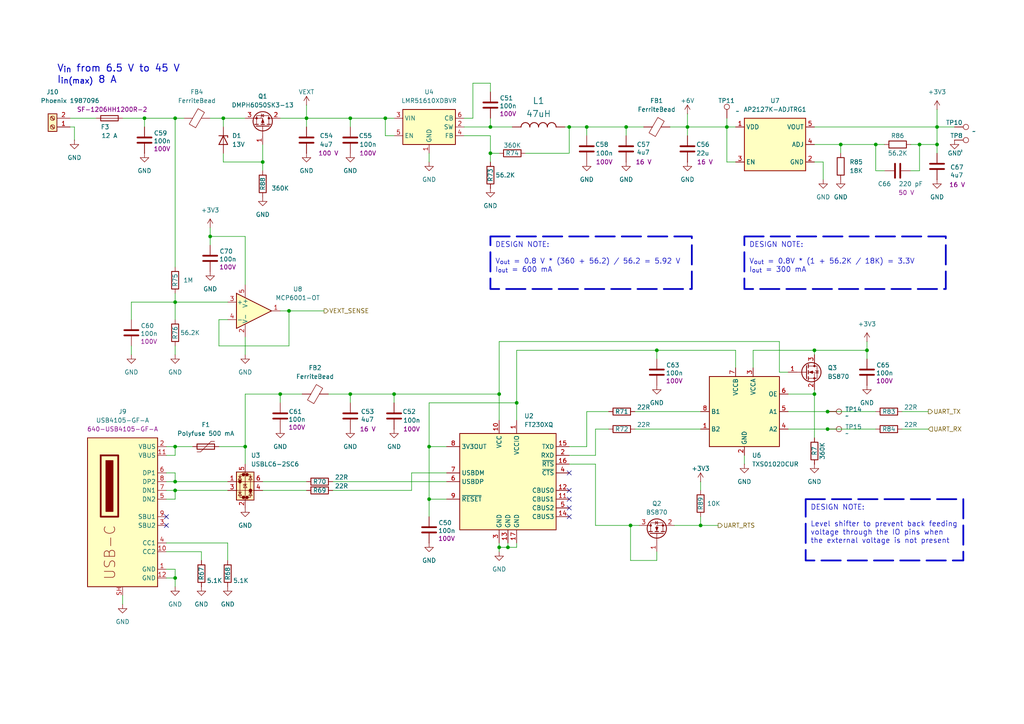
<source format=kicad_sch>
(kicad_sch (version 20231120) (generator "eeschema") (generator_version "8.0")
  (paper "A4")
  (junction (at 236.22 114.3))
  (junction (at 190.5 101.6))
  (junction (at 271.78 41.91))
  (junction (at 240.03 124.46))
  (junction (at 81.28 114.3))
  (junction (at 144.78 114.3))
  (junction (at 101.6 34.29))
  (junction (at 142.24 36.83))
  (junction (at 170.18 36.83))
  (junction (at 210.82 36.83))
  (junction (at 83.82 90.17))
  (junction (at 50.8 34.29))
  (junction (at 199.39 36.83))
  (junction (at 147.32 158.75))
  (junction (at 50.8 167.64))
  (junction (at 50.8 129.54))
  (junction (at 181.61 36.83))
  (junction (at 243.84 41.91))
  (junction (at 124.46 144.78))
  (junction (at 88.9 34.29))
  (junction (at 50.8 139.7))
  (junction (at 114.3 114.3))
  (junction (at 41.91 34.29))
  (junction (at 142.24 44.45))
  (junction (at 240.03 119.38))
  (junction (at 271.78 36.83))
  (junction (at 76.2 46.99))
  (junction (at 50.8 142.24))
  (junction (at 124.46 129.54))
  (junction (at 111.76 34.29))
  (junction (at 149.86 116.84))
  (junction (at 50.8 87.63))
  (junction (at 165.1 36.83))
  (junction (at 266.7 41.91))
  (junction (at 182.88 152.4))
  (junction (at 101.6 114.3))
  (junction (at 254 41.91))
  (junction (at 60.96 68.58))
  (junction (at 64.77 34.29))
  (junction (at 251.46 101.6))
  (junction (at 71.12 129.54))
  (junction (at 203.2 152.4))
  (junction (at 144.78 158.75))
  (junction (at 236.22 101.6))
  (no_connect (at 48.26 149.86))
  (no_connect (at 165.1 149.86))
  (no_connect (at 165.1 137.16))
  (no_connect (at 48.26 152.4))
  (no_connect (at 165.1 147.32))
  (no_connect (at 165.1 144.78))
  (no_connect (at 165.1 142.24))
  (wire (pts (xy 66.04 92.71) (xy 63.5 92.71)))
  (wire (pts (xy 254 41.91) (xy 254 49.53)))
  (wire (pts (xy 48.26 167.64) (xy 50.8 167.64)))
  (wire (pts (xy 35.56 34.29) (xy 41.91 34.29)))
  (wire (pts (xy 165.1 36.83) (xy 170.18 36.83)))
  (wire (pts (xy 240.03 119.38) (xy 254 119.38)))
  (wire (pts (xy 41.91 34.29) (xy 41.91 36.83)))
  (wire (pts (xy 165.1 132.08) (xy 172.72 132.08)))
  (wire (pts (xy 38.1 100.33) (xy 38.1 102.87)))
  (wire (pts (xy 88.9 30.48) (xy 88.9 34.29)))
  (wire (pts (xy 81.28 114.3) (xy 87.63 114.3)))
  (wire (pts (xy 101.6 114.3) (xy 101.6 116.84)))
  (wire (pts (xy 137.16 34.29) (xy 137.16 24.13)))
  (wire (pts (xy 81.28 34.29) (xy 88.9 34.29)))
  (wire (pts (xy 210.82 46.99) (xy 213.36 46.99)))
  (wire (pts (xy 199.39 36.83) (xy 210.82 36.83)))
  (wire (pts (xy 76.2 46.99) (xy 76.2 49.53)))
  (wire (pts (xy 182.88 152.4) (xy 185.42 152.4)))
  (wire (pts (xy 50.8 34.29) (xy 50.8 77.47)))
  (wire (pts (xy 119.38 142.24) (xy 119.38 137.16)))
  (wire (pts (xy 144.78 44.45) (xy 142.24 44.45)))
  (wire (pts (xy 147.32 157.48) (xy 147.32 158.75)))
  (wire (pts (xy 271.78 36.83) (xy 276.86 36.83)))
  (wire (pts (xy 236.22 101.6) (xy 236.22 102.87)))
  (wire (pts (xy 144.78 121.92) (xy 144.78 114.3)))
  (wire (pts (xy 203.2 139.7) (xy 203.2 142.24)))
  (wire (pts (xy 48.26 129.54) (xy 50.8 129.54)))
  (wire (pts (xy 251.46 101.6) (xy 251.46 104.14)))
  (wire (pts (xy 170.18 36.83) (xy 181.61 36.83)))
  (wire (pts (xy 236.22 113.03) (xy 236.22 114.3)))
  (wire (pts (xy 111.76 34.29) (xy 114.3 34.29)))
  (wire (pts (xy 190.5 101.6) (xy 213.36 101.6)))
  (wire (pts (xy 228.6 119.38) (xy 240.03 119.38)))
  (wire (pts (xy 236.22 46.99) (xy 238.76 46.99)))
  (wire (pts (xy 172.72 132.08) (xy 172.72 124.46)))
  (wire (pts (xy 50.8 87.63) (xy 50.8 92.71)))
  (wire (pts (xy 76.2 41.91) (xy 76.2 46.99)))
  (wire (pts (xy 71.12 134.62) (xy 71.12 129.54)))
  (wire (pts (xy 264.16 49.53) (xy 266.7 49.53)))
  (wire (pts (xy 124.46 129.54) (xy 124.46 144.78)))
  (wire (pts (xy 20.32 36.83) (xy 21.59 36.83)))
  (wire (pts (xy 181.61 36.83) (xy 186.69 36.83)))
  (wire (pts (xy 101.6 34.29) (xy 101.6 36.83)))
  (wire (pts (xy 101.6 34.29) (xy 111.76 34.29)))
  (wire (pts (xy 20.32 34.29) (xy 27.94 34.29)))
  (wire (pts (xy 184.15 119.38) (xy 203.2 119.38)))
  (wire (pts (xy 48.26 157.48) (xy 66.04 157.48)))
  (wire (pts (xy 144.78 158.75) (xy 147.32 158.75)))
  (wire (pts (xy 271.78 41.91) (xy 271.78 44.45)))
  (wire (pts (xy 165.1 129.54) (xy 170.18 129.54)))
  (wire (pts (xy 163.83 36.83) (xy 165.1 36.83)))
  (wire (pts (xy 60.96 66.04) (xy 60.96 68.58)))
  (wire (pts (xy 124.46 44.45) (xy 124.46 46.99)))
  (wire (pts (xy 238.76 46.99) (xy 238.76 52.07)))
  (wire (pts (xy 236.22 114.3) (xy 236.22 127)))
  (wire (pts (xy 50.8 87.63) (xy 66.04 87.63)))
  (wire (pts (xy 190.5 162.56) (xy 182.88 162.56)))
  (wire (pts (xy 190.5 101.6) (xy 190.5 104.14)))
  (wire (pts (xy 172.72 124.46) (xy 176.53 124.46)))
  (wire (pts (xy 203.2 152.4) (xy 208.28 152.4)))
  (wire (pts (xy 76.2 142.24) (xy 88.9 142.24)))
  (wire (pts (xy 114.3 39.37) (xy 111.76 39.37)))
  (wire (pts (xy 144.78 114.3) (xy 114.3 114.3)))
  (wire (pts (xy 271.78 31.75) (xy 271.78 36.83)))
  (wire (pts (xy 251.46 99.06) (xy 251.46 101.6)))
  (wire (pts (xy 96.52 139.7) (xy 129.54 139.7)))
  (wire (pts (xy 50.8 139.7) (xy 66.04 139.7)))
  (wire (pts (xy 142.24 36.83) (xy 142.24 34.29)))
  (wire (pts (xy 48.26 165.1) (xy 50.8 165.1)))
  (wire (pts (xy 149.86 116.84) (xy 149.86 121.92)))
  (wire (pts (xy 50.8 137.16) (xy 50.8 139.7)))
  (wire (pts (xy 129.54 129.54) (xy 124.46 129.54)))
  (wire (pts (xy 190.5 160.02) (xy 190.5 162.56)))
  (wire (pts (xy 218.44 101.6) (xy 218.44 106.68)))
  (wire (pts (xy 142.24 24.13) (xy 142.24 26.67)))
  (wire (pts (xy 261.62 124.46) (xy 269.24 124.46)))
  (wire (pts (xy 170.18 119.38) (xy 176.53 119.38)))
  (wire (pts (xy 38.1 92.71) (xy 38.1 87.63)))
  (wire (pts (xy 63.5 100.33) (xy 83.82 100.33)))
  (wire (pts (xy 50.8 142.24) (xy 66.04 142.24)))
  (wire (pts (xy 181.61 36.83) (xy 181.61 39.37)))
  (wire (pts (xy 137.16 24.13) (xy 142.24 24.13)))
  (wire (pts (xy 88.9 34.29) (xy 88.9 36.83)))
  (wire (pts (xy 71.12 114.3) (xy 71.12 129.54)))
  (wire (pts (xy 243.84 41.91) (xy 243.84 44.45)))
  (wire (pts (xy 114.3 114.3) (xy 114.3 116.84)))
  (wire (pts (xy 165.1 134.62) (xy 172.72 134.62)))
  (wire (pts (xy 172.72 134.62) (xy 172.72 152.4)))
  (wire (pts (xy 71.12 114.3) (xy 81.28 114.3)))
  (wire (pts (xy 236.22 36.83) (xy 271.78 36.83)))
  (wire (pts (xy 182.88 162.56) (xy 182.88 152.4)))
  (wire (pts (xy 199.39 33.02) (xy 199.39 36.83)))
  (wire (pts (xy 134.62 36.83) (xy 142.24 36.83)))
  (wire (pts (xy 50.8 85.09) (xy 50.8 87.63)))
  (wire (pts (xy 254 41.91) (xy 256.54 41.91)))
  (wire (pts (xy 88.9 34.29) (xy 101.6 34.29)))
  (wire (pts (xy 210.82 34.29) (xy 210.82 36.83)))
  (wire (pts (xy 50.8 132.08) (xy 50.8 129.54)))
  (wire (pts (xy 63.5 92.71) (xy 63.5 100.33)))
  (wire (pts (xy 48.26 144.78) (xy 50.8 144.78)))
  (wire (pts (xy 144.78 99.06) (xy 144.78 114.3)))
  (wire (pts (xy 96.52 142.24) (xy 119.38 142.24)))
  (wire (pts (xy 149.86 157.48) (xy 149.86 158.75)))
  (wire (pts (xy 83.82 90.17) (xy 93.98 90.17)))
  (wire (pts (xy 194.31 36.83) (xy 199.39 36.83)))
  (wire (pts (xy 111.76 39.37) (xy 111.76 34.29)))
  (wire (pts (xy 71.12 97.79) (xy 71.12 102.87)))
  (wire (pts (xy 172.72 152.4) (xy 182.88 152.4)))
  (wire (pts (xy 41.91 34.29) (xy 50.8 34.29)))
  (wire (pts (xy 50.8 100.33) (xy 50.8 102.87)))
  (wire (pts (xy 254 49.53) (xy 256.54 49.53)))
  (wire (pts (xy 226.06 99.06) (xy 144.78 99.06)))
  (wire (pts (xy 170.18 36.83) (xy 170.18 39.37)))
  (wire (pts (xy 124.46 129.54) (xy 124.46 116.84)))
  (wire (pts (xy 60.96 34.29) (xy 64.77 34.29)))
  (wire (pts (xy 165.1 44.45) (xy 165.1 36.83)))
  (wire (pts (xy 144.78 158.75) (xy 144.78 160.02)))
  (wire (pts (xy 215.9 132.08) (xy 215.9 134.62)))
  (wire (pts (xy 71.12 68.58) (xy 71.12 82.55)))
  (wire (pts (xy 48.26 137.16) (xy 50.8 137.16)))
  (wire (pts (xy 124.46 144.78) (xy 124.46 149.86)))
  (wire (pts (xy 50.8 167.64) (xy 50.8 165.1)))
  (wire (pts (xy 60.96 68.58) (xy 71.12 68.58)))
  (wire (pts (xy 124.46 116.84) (xy 149.86 116.84)))
  (wire (pts (xy 240.03 124.46) (xy 254 124.46)))
  (wire (pts (xy 134.62 34.29) (xy 137.16 34.29)))
  (wire (pts (xy 71.12 129.54) (xy 63.5 129.54)))
  (wire (pts (xy 228.6 114.3) (xy 236.22 114.3)))
  (wire (pts (xy 226.06 107.95) (xy 226.06 99.06)))
  (wire (pts (xy 266.7 41.91) (xy 271.78 41.91)))
  (wire (pts (xy 58.42 162.56) (xy 58.42 160.02)))
  (wire (pts (xy 236.22 101.6) (xy 251.46 101.6)))
  (wire (pts (xy 38.1 87.63) (xy 50.8 87.63)))
  (wire (pts (xy 101.6 114.3) (xy 114.3 114.3)))
  (wire (pts (xy 60.96 71.12) (xy 60.96 68.58)))
  (wire (pts (xy 213.36 101.6) (xy 213.36 106.68)))
  (wire (pts (xy 218.44 101.6) (xy 236.22 101.6)))
  (wire (pts (xy 261.62 119.38) (xy 269.24 119.38)))
  (wire (pts (xy 144.78 157.48) (xy 144.78 158.75)))
  (wire (pts (xy 147.32 158.75) (xy 149.86 158.75)))
  (wire (pts (xy 134.62 39.37) (xy 142.24 39.37)))
  (wire (pts (xy 203.2 149.86) (xy 203.2 152.4)))
  (wire (pts (xy 149.86 101.6) (xy 190.5 101.6)))
  (wire (pts (xy 55.88 129.54) (xy 50.8 129.54)))
  (wire (pts (xy 152.4 44.45) (xy 165.1 44.45)))
  (wire (pts (xy 170.18 129.54) (xy 170.18 119.38)))
  (wire (pts (xy 210.82 36.83) (xy 213.36 36.83)))
  (wire (pts (xy 66.04 157.48) (xy 66.04 162.56)))
  (wire (pts (xy 95.25 114.3) (xy 101.6 114.3)))
  (wire (pts (xy 228.6 107.95) (xy 226.06 107.95)))
  (wire (pts (xy 199.39 39.37) (xy 199.39 36.83)))
  (wire (pts (xy 50.8 142.24) (xy 50.8 144.78)))
  (wire (pts (xy 149.86 101.6) (xy 149.86 116.84)))
  (wire (pts (xy 271.78 36.83) (xy 271.78 41.91)))
  (wire (pts (xy 264.16 41.91) (xy 266.7 41.91)))
  (wire (pts (xy 236.22 41.91) (xy 243.84 41.91)))
  (wire (pts (xy 83.82 100.33) (xy 83.82 90.17)))
  (wire (pts (xy 129.54 144.78) (xy 124.46 144.78)))
  (wire (pts (xy 228.6 124.46) (xy 240.03 124.46)))
  (wire (pts (xy 58.42 160.02) (xy 48.26 160.02)))
  (wire (pts (xy 81.28 114.3) (xy 81.28 116.84)))
  (wire (pts (xy 195.58 152.4) (xy 203.2 152.4)))
  (wire (pts (xy 184.15 124.46) (xy 203.2 124.46)))
  (wire (pts (xy 64.77 34.29) (xy 64.77 36.83)))
  (wire (pts (xy 64.77 34.29) (xy 71.12 34.29)))
  (wire (pts (xy 35.56 172.72) (xy 35.56 175.26)))
  (wire (pts (xy 266.7 41.91) (xy 266.7 49.53)))
  (wire (pts (xy 48.26 139.7) (xy 50.8 139.7)))
  (wire (pts (xy 64.77 46.99) (xy 76.2 46.99)))
  (wire (pts (xy 243.84 41.91) (xy 254 41.91)))
  (wire (pts (xy 48.26 142.24) (xy 50.8 142.24)))
  (wire (pts (xy 81.28 90.17) (xy 83.82 90.17)))
  (wire (pts (xy 50.8 34.29) (xy 53.34 34.29)))
  (wire (pts (xy 50.8 170.18) (xy 50.8 167.64)))
  (wire (pts (xy 119.38 137.16) (xy 129.54 137.16)))
  (wire (pts (xy 64.77 44.45) (xy 64.77 46.99)))
  (wire (pts (xy 21.59 40.64) (xy 21.59 36.83)))
  (wire (pts (xy 76.2 139.7) (xy 88.9 139.7)))
  (wire (pts (xy 48.26 132.08) (xy 50.8 132.08)))
  (wire (pts (xy 142.24 39.37) (xy 142.24 44.45)))
  (wire (pts (xy 210.82 36.83) (xy 210.82 46.99)))
  (wire (pts (xy 142.24 36.83) (xy 148.59 36.83)))
  (wire (pts (xy 142.24 44.45) (xy 142.24 46.99)))
  (text_box "DESIGN NOTE:\n\nLevel shifter to prevent back feeding voltage through the IO pins when the external voltage is not present\n" (at 233.68 144.78 0) (size 45.72 17.78) (stroke (width 0.508) (type dash)) (effects (font (size 1.5 1.5)) (justify left top)))
  (text_box "DESIGN NOTE:\n\nV_{out} = 0.8 V * (360 + 56.2) / 56.2 = 5.92 V\nI_{out} = 600 mA" (at 142.24 68.58 0) (size 58.42 15.24) (stroke (width 0.508) (type dash)) (effects (font (size 1.5 1.5)) (justify left top)))
  (text_box "DESIGN NOTE:\n\nV_{out} = 0.8V * (1 + 56.2K / 18K) = 3.3V\nI_{out} = 300 mA" (at 215.9 68.58 0) (size 58.42 15.24) (stroke (width 0.508) (type dash)) (effects (font (size 1.5 1.5)) (justify left top)))
  (text "V_{in} from 6.5 V to 45 V\nI_{in(max)} 8 A " (at 16.51 21.59 0) (effects (font (size 2.032 2.032) (thickness 0.254)) (justify left)))
  (hierarchical_label "UART_RX" (shape input) (at 269.24 124.46 0))
  (hierarchical_label "VEXT_SENSE" (shape output) (at 93.98 90.17 0))
  (hierarchical_label "UART_RTS" (shape output) (at 208.28 152.4 0))
  (hierarchical_label "UART_TX" (shape output) (at 269.24 119.38 0))
  (symbol (lib_id "Power_Protection:USBLC6-2SC6") (at 71.12 139.7 0) (unit 1)
    (property "Reference" "U3" (at 72.7711 132.08 0) (effects (justify left)))
    (property "Value" "USBLC6-2SC6" (at 72.7711 134.62 0) (effects (justify left)))
    (property "Footprint" "Package_TO_SOT_SMD:SOT-23-6" (effects (hide yes)))
    (property "Datasheet" "https://www.st.com/resource/en/datasheet/usblc6-2.pdf" (effects (hide yes)))
    (property "Description" "Very low capacitance ESD protection diode, 2 data-line, SOT-23-6" (effects (hide yes)))
    (property "Mouser" "511-USBLC6-2SC6" (effects (hide yes)))
  )
  (symbol (lib_id "Device:Polyfuse") (at 59.69 129.54 90) (unit 1)
    (property "Reference" "F1" (at 59.69 123.19 90))
    (property "Value" "Polyfuse 500 mA" (at 59.69 125.73 90))
    (property "Footprint" "Fuse:Fuse_1210_3225Metric_Pad1.42x2.65mm_HandSolder" (effects (hide yes)))
    (property "Description" "Resettable fuse, polymeric positive temperature coefficient" (effects (hide yes)))
    (property "Mouser" "650-MICROSMD050F-2" (effects (hide yes)))
  )
  (symbol (lib_id "Device:FerriteBead") (at 190.5 36.83 90) (unit 1)
    (property "Reference" "FB1" (at 190.4492 29.21 90))
    (property "Value" "FerriteBead" (at 190.4492 31.75 90))
    (property "Footprint" "project:Wurth_CBF_0805" (effects (hide yes)))
    (property "Description" "Ferrite bead" (effects (hide yes)))
    (property "Mouser" "710-742792030" (effects (hide yes)))
  )
  (symbol (lib_id "Amplifier_Operational:MCP6001-OT") (at 73.66 90.17 0) (unit 1)
    (property "Reference" "U8" (at 86.36 83.8514 0))
    (property "Value" "MCP6001-OT" (at 86.36 86.3914 0))
    (property "Footprint" "Package_TO_SOT_SMD:SOT-23-5" (effects (hide yes)))
    (property "Datasheet" "https://ww1.microchip.com/downloads/en/DeviceDoc/MCP6001-1R-1U-2-4-1-MHz-Low-Power-Op-Amp-DS20001733L.pdf" (effects (hide yes)))
    (property "Description" "1MHz, Low-Power Op Amp, SOT-23-5" (effects (hide yes)))
    (property "Mouser" "579-MCP6001T-E/OT" (effects (hide yes)))
  )
  (symbol (lib_id "power:GND") (at 276.86 40.64 0) (unit 1)
    (property "Reference" "#PWR0112" (effects (hide yes)))
    (property "Value" "GND" (at 276.86 44.45 0))
    (property "Description" "Power symbol creates a global label with name \"GND\" , ground" (effects (hide yes)))
  )
  (symbol (lib_id "-- database:Generic/TP_ROUND-1PAD") (at 276.86 36.83 270) (unit 1) (in_bom no)
    (property "Reference" "TP10" (at 274.32 35.56 90) (effects (justify left)))
    (property "Value" "~" (at 281.94 38.1 90) (effects (justify left)))
    (property "Footprint" "TestPoint:TestPoint_Pad_D1.0mm" (effects (hide yes)))
    (property "Description" "Test Point Round" (effects (hide yes)))
  )
  (symbol (lib_id "power:GND") (at 38.1 102.87 0) (unit 1)
    (property "Reference" "#PWR091" (effects (hide yes)))
    (property "Value" "GND" (at 38.1 107.95 0))
    (property "Description" "Power symbol creates a global label with name \"GND\" , ground" (effects (hide yes)))
  )
  (symbol (lib_id "-- database:Capacitors/CAP_0402-220p-50V-NP0-5%") (at 260.35 49.53 90) (unit 1)
    (property "Reference" "C66" (at 256.54 53.34 90))
    (property "Value" "220 pF" (at 264.16 53.34 90))
    (property "Footprint" "Capacitor_SMD:C_0603_1608Metric_Pad1.08x0.95mm_HandSolder" (effects (hide yes)))
    (property "Description" "MLCC - SMD 0402 220pF 50V NP0 5%" (effects (hide yes)))
    (property "Voltage" "50 V" (at 262.89 55.88 90))
    (property "Dielectric" "NP0" (effects (hide yes)))
    (property "Tollerance" "5 %" (effects (hide yes)))
    (property "Manufacturer" "Generic" (effects (hide yes)))
    (property "Mouser" "80-C0603C221J5GAUTLR" (effects (hide yes)))
    (property "LCSC" "C107001" (effects (hide yes)))
  )
  (symbol (lib_id "Device:C") (at 170.18 43.18 0) (unit 1)
    (property "Reference" "C58" (at 176.53 41.91 0) (effects (justify right)))
    (property "Value" "100n" (at 177.8 44.45 0) (effects (justify right)))
    (property "Footprint" "Capacitor_SMD:C_0603_1608Metric_Pad1.08x0.95mm_HandSolder" (effects (hide yes)))
    (property "Dielectric" "X7R" (effects (hide yes)))
    (property "Mouser" "187-CL10B104KC8NNNC" (effects (hide yes)))
    (property "Tollerance" "10%" (effects (hide yes)))
    (property "Voltage" "100V" (at 175.26 46.99 0))
  )
  (symbol (lib_id "Device:R") (at 203.2 146.05 180) (unit 1)
    (property "Reference" "R89" (at 203.2 146.05 90))
    (property "Value" "10K" (at 207.01 146.05 0))
    (property "Footprint" "Resistor_SMD:R_0603_1608Metric_Pad0.98x0.95mm_HandSolder" (effects (hide yes)))
    (property "Description" "Resistor" (effects (hide yes)))
    (property "Mouser" "603-RC0603JR-0710KL" (effects (hide yes)))
    (property "Tollerance" "5%" (effects (hide yes)))
  )
  (symbol (lib_id "power:GND") (at 251.46 111.76 0) (unit 1)
    (property "Reference" "#PWR0107" (effects (hide yes)))
    (property "Value" "GND" (at 251.46 116.84 0))
    (property "Description" "Power symbol creates a global label with name \"GND\" , ground" (effects (hide yes)))
  )
  (symbol (lib_id "Device:R") (at 50.8 96.52 180) (unit 1)
    (property "Reference" "R76" (at 50.8 96.52 90))
    (property "Value" "56.2K" (at 55.118 96.52 0))
    (property "Footprint" "Resistor_SMD:R_0603_1608Metric_Pad0.98x0.95mm_HandSolder" (effects (hide yes)))
    (property "Description" "Resistor" (effects (hide yes)))
    (property "Mouser" "603-RC0402FR-0756K2L" (effects (hide yes)))
    (property "Tollerance" "1%" (effects (hide yes)))
  )
  (symbol (lib_id "power:GND") (at 101.6 44.45 0) (unit 1)
    (property "Reference" "#PWR085" (effects (hide yes)))
    (property "Value" "GND" (at 101.6 49.53 0))
    (property "Description" "Power symbol creates a global label with name \"GND\" , ground" (effects (hide yes)))
  )
  (symbol (lib_id "Device:R") (at 257.81 124.46 270) (unit 1)
    (property "Reference" "R84" (at 257.81 124.46 90))
    (property "Value" "22R" (at 264.16 123.19 90))
    (property "Footprint" "Resistor_SMD:R_0603_1608Metric_Pad0.98x0.95mm_HandSolder" (effects (hide yes)))
    (property "Description" "Resistor" (effects (hide yes)))
    (property "Mouser" "603-AC0603JR-0722RL" (effects (hide yes)))
    (property "Tollerance" "5%" (effects (hide yes)))
  )
  (symbol (lib_id "ts_Passives:Ind") (at 148.59 36.83 0) (unit 1)
    (property "Reference" "L1" (at 156.21 29.21 0) (effects (font (size 1.8288 1.8288))))
    (property "Value" "47uH" (at 156.21 33.02 0) (effects (font (size 1.8288 1.8288))))
    (property "Footprint" "project:L_Taiyo-Yuden_NR-60xx" (effects (hide yes)))
    (property "Mouser" "963-NRS6028T470MMGJ" (effects (hide yes)))
  )
  (symbol (lib_id "power:GND") (at 144.78 160.02 0) (unit 1)
    (property "Reference" "#PWR075" (effects (hide yes)))
    (property "Value" "GND" (at 144.78 165.1 0))
    (property "Description" "Power symbol creates a global label with name \"GND\" , ground" (effects (hide yes)))
  )
  (symbol (lib_id "Device:Fuse") (at 31.75 34.29 90) (unit 1)
    (property "Reference" "F3" (at 30.48 36.83 90))
    (property "Value" "12 A" (at 31.75 39.37 90))
    (property "Footprint" "Fuse:Fuse_1206_3216Metric_Pad1.42x1.75mm_HandSolder" (effects (hide yes)))
    (property "Description" "Fuse 12 A Normal Blow" (effects (hide yes)))
    (property "Mouser" "SF-1206HH1200R-2 " (at 33.02 31.75 90))
  )
  (symbol (lib_id "power:+9VA") (at 251.46 99.06 0) (unit 1)
    (property "Reference" "#PWR0109" (effects (hide yes)))
    (property "Value" "+3V3" (at 251.46 93.98 0))
    (property "Description" "Power symbol creates a global label with name \"+9VA\"" (effects (hide yes)))
  )
  (symbol (lib_id "Device:R") (at 76.2 53.34 180) (unit 1)
    (property "Reference" "R88" (at 76.2 53.34 90))
    (property "Value" "360K" (at 81.28 54.61 0))
    (property "Footprint" "Resistor_SMD:R_0603_1608Metric_Pad0.98x0.95mm_HandSolder" (effects (hide yes)))
    (property "Description" "Resistor" (effects (hide yes)))
    (property "Mouser" "603-RT0603FRE07360KL" (effects (hide yes)))
    (property "Tollerance" "1%" (effects (hide yes)))
  )
  (symbol (lib_id "-- database:Integrated/INT-TXS0102DCUR") (at 205.74 109.22 0) (unit 1)
    (property "Reference" "U6" (at 218.0941 132.08 0) (effects (justify left)))
    (property "Value" "TXS0102DCUR" (at 218.0941 134.62 0) (effects (justify left)))
    (property "Footprint" "Package_SO:VSSOP-8_2.3x2mm_P0.5mm" (effects (hide yes)))
    (property "Datasheet" "https://wmsc.lcsc.com/wmsc/upload/file/pdf/v2/lcsc/1810292010_Texas-Instruments-TXS0102DCUR_C53434.pdf" (effects (hide yes)))
    (property "Description" "VSSOP8 - TXS0102 2-Bit Bidirectional Voltage-Level Translator for Open-Drain and Push-Pull Applications" (effects (hide yes)))
    (property "MPN" "TXS0102DCUR" (effects (hide yes)))
    (property "Manufacturer" "Texas Instruments" (effects (hide yes)))
    (property "LCSC" "C53434" (effects (hide yes)))
    (property "Mouser" "595-TXS0102DCUR" (effects (hide yes)))
  )
  (symbol (lib_id "Device:C") (at 251.46 107.95 0) (unit 1)
    (property "Reference" "C65" (at 258.064 105.918 0) (effects (justify right)))
    (property "Value" "100n" (at 259.08 108.204 0) (effects (justify right)))
    (property "Footprint" "Capacitor_SMD:C_0603_1608Metric_Pad1.08x0.95mm_HandSolder" (effects (hide yes)))
    (property "Dielectric" "X7R" (effects (hide yes)))
    (property "Mouser" "187-CL10B104KC8NNNC" (effects (hide yes)))
    (property "Tollerance" "10%" (effects (hide yes)))
    (property "Voltage" "100V" (at 256.54 110.49 0))
  )
  (symbol (lib_id "power:GND") (at 76.2 57.15 0) (unit 1)
    (property "Reference" "#PWR0115" (effects (hide yes)))
    (property "Value" "GND" (at 76.2 62.23 0))
    (property "Description" "Power symbol creates a global label with name \"GND\" , ground" (effects (hide yes)))
  )
  (symbol (lib_id "Device:C") (at 60.96 74.93 0) (unit 1)
    (property "Reference" "C70" (at 67.564 72.898 0) (effects (justify right)))
    (property "Value" "100n" (at 68.58 75.184 0) (effects (justify right)))
    (property "Footprint" "Capacitor_SMD:C_0603_1608Metric_Pad1.08x0.95mm_HandSolder" (effects (hide yes)))
    (property "Dielectric" "X7R" (effects (hide yes)))
    (property "Mouser" "187-CL10B104KC8NNNC" (effects (hide yes)))
    (property "Tollerance" "10%" (effects (hide yes)))
    (property "Voltage" "100V" (at 66.04 77.47 0))
  )
  (symbol (lib_id "power:GND") (at 124.46 157.48 0) (unit 1)
    (property "Reference" "#PWR076" (effects (hide yes)))
    (property "Value" "GND" (at 124.46 162.56 0))
    (property "Description" "Power symbol creates a global label with name \"GND\" , ground" (effects (hide yes)))
  )
  (symbol (lib_id "Connector:Screw_Terminal_01x02") (at 15.24 36.83 180) (unit 1)
    (property "Reference" "J10" (at 15.24 26.67 0))
    (property "Value" "Phoenix 1987096" (at 20.32 29.21 0))
    (property "Footprint" "TerminalBlock_Phoenix:TerminalBlock_Phoenix_MKDS-1,5-2-5.08_1x02_P5.08mm_Horizontal" (effects (hide yes)))
    (property "Description" "Generic screw terminal, single row, 01x02, script generated (kicad-library-utils/schlib/autogen/connector/)" (effects (hide yes)))
    (property "Mouser" "651-1987096" (effects (hide yes)))
  )
  (symbol (lib_id "Device:C") (at 101.6 40.64 0) (unit 1)
    (property "Reference" "C55" (at 107.95 39.37 0) (effects (justify right)))
    (property "Value" "100n" (at 109.22 41.91 0) (effects (justify right)))
    (property "Footprint" "Capacitor_SMD:C_0603_1608Metric_Pad1.08x0.95mm_HandSolder" (effects (hide yes)))
    (property "Dielectric" "X7R" (effects (hide yes)))
    (property "Mouser" "187-CL10B104KC8NNNC" (effects (hide yes)))
    (property "Tollerance" "10%" (effects (hide yes)))
    (property "Voltage" "100V" (at 106.68 44.45 0))
  )
  (symbol (lib_id "-- database:Generic/TP_ROUND-1PAD") (at 240.03 119.38 270) (unit 1) (in_bom no)
    (property "Reference" "TP14" (at 245.11 118.7449 90) (effects (justify left)))
    (property "Value" "~" (at 245.11 120.65 90) (effects (justify left)))
    (property "Footprint" "TestPoint:TestPoint_Pad_D1.0mm" (effects (hide yes)))
    (property "Description" "Test Point Round" (effects (hide yes)))
  )
  (symbol (lib_id "power:GND") (at 71.12 102.87 0) (unit 1)
    (property "Reference" "#PWR0117" (effects (hide yes)))
    (property "Value" "GND" (at 71.12 107.95 0))
    (property "Description" "Power symbol creates a global label with name \"GND\" , ground" (effects (hide yes)))
  )
  (symbol (lib_id "project:CNN-SMD-USB-C-2.0") (at 25.4 127 0) (unit 1)
    (property "Reference" "J9" (at 35.56 119.38 0))
    (property "Value" "USB4105-GF-A" (at 35.56 121.92 0))
    (property "Footprint" "project:USB-TYPE-C-12P" (effects (hide yes)))
    (property "Description" "Connector SMD - USB Type C for USB 2.0" (effects (hide yes)))
    (property "Mouser" "640-USB4105-GF-A" (at 35.56 124.46 0))
  )
  (symbol (lib_id "Device:R") (at 180.34 119.38 270) (unit 1)
    (property "Reference" "R71" (at 180.34 119.38 90))
    (property "Value" "22R" (at 186.69 118.11 90))
    (property "Footprint" "Resistor_SMD:R_0603_1608Metric_Pad0.98x0.95mm_HandSolder" (effects (hide yes)))
    (property "Description" "Resistor" (effects (hide yes)))
    (property "Mouser" "603-AC0603JR-0722RL" (effects (hide yes)))
    (property "Tollerance" "5%" (effects (hide yes)))
  )
  (symbol (lib_id "-- database:Generic/TP_ROUND-1PAD") (at 240.03 124.46 270) (unit 1) (in_bom no)
    (property "Reference" "TP15" (at 245.11 123.8249 90) (effects (justify left)))
    (property "Value" "~" (at 245.11 125.73 90) (effects (justify left)))
    (property "Footprint" "TestPoint:TestPoint_Pad_D1.0mm" (effects (hide yes)))
    (property "Description" "Test Point Round" (effects (hide yes)))
  )
  (symbol (lib_id "project:LMR51606XDBVR") (at 124.46 36.83 0) (unit 1)
    (property "Reference" "U4" (at 124.46 26.67 0))
    (property "Value" "LMR51610XDBVR" (at 124.46 29.21 0))
    (property "Footprint" "Package_TO_SOT_SMD:SOT-23-6" (effects (hide yes)))
    (property "Datasheet" "https://www.ti.com/lit/ds/symlink/lmr51606.pdf" (effects (hide yes)))
    (property "Description" "4.0-V to 65-V, 0.3-A synchronous buck converter with 40-µA IQ, SOT-23-6" (effects (hide yes)))
    (property "Mouser" "595-LMR51610XDBVR" (effects (hide yes)))
  )
  (symbol (lib_id "Device:R") (at 66.04 166.37 180) (unit 1)
    (property "Reference" "R68" (at 66.04 166.37 90))
    (property "Value" "5.1K" (at 69.85 168.402 0))
    (property "Footprint" "Resistor_SMD:R_0603_1608Metric_Pad0.98x0.95mm_HandSolder" (effects (hide yes)))
    (property "Description" "Resistor" (effects (hide yes)))
    (property "Mouser" "603-RC0603FR-105K1L" (effects (hide yes)))
    (property "Tollerance" "1%" (effects (hide yes)))
  )
  (symbol (lib_id "power:GND") (at 21.59 40.64 0) (unit 1)
    (property "Reference" "#PWR072" (effects (hide yes)))
    (property "Value" "GND" (at 21.59 45.72 0))
    (property "Description" "Power symbol creates a global label with name \"GND\" , ground" (effects (hide yes)))
  )
  (symbol (lib_id "power:GND") (at 101.6 124.46 0) (unit 1)
    (property "Reference" "#PWR081" (effects (hide yes)))
    (property "Value" "GND" (at 101.6 129.54 0))
    (property "Description" "Power symbol creates a global label with name \"GND\" , ground" (effects (hide yes)))
  )
  (symbol (lib_id "Device:C") (at 81.28 120.65 0) (unit 1)
    (property "Reference" "C61" (at 87.63 119.38 0) (effects (justify right)))
    (property "Value" "100n" (at 88.646 121.666 0) (effects (justify right)))
    (property "Footprint" "Capacitor_SMD:C_0603_1608Metric_Pad1.08x0.95mm_HandSolder" (effects (hide yes)))
    (property "Dielectric" "X7R" (effects (hide yes)))
    (property "Mouser" "187-CL10B104KC8NNNC" (effects (hide yes)))
    (property "Tollerance" "10%" (effects (hide yes)))
    (property "Voltage" "100V" (at 86.106 123.952 0))
  )
  (symbol (lib_id "power:GND") (at 41.91 44.45 0) (unit 1)
    (property "Reference" "#PWR089" (effects (hide yes)))
    (property "Value" "GND" (at 41.91 49.53 0))
    (property "Description" "Power symbol creates a global label with name \"GND\" , ground" (effects (hide yes)))
  )
  (symbol (lib_id "Device:FerriteBead") (at 57.15 34.29 90) (unit 1)
    (property "Reference" "FB4" (at 57.0992 26.67 90))
    (property "Value" "FerriteBead" (at 57.0992 29.21 90))
    (property "Footprint" "project:Wurth_CBF_0805" (effects (hide yes)))
    (property "Description" "Ferrite bead" (effects (hide yes)))
    (property "Mouser" "710-742792030" (effects (hide yes)))
  )
  (symbol (lib_id "Device:C") (at 199.39 43.18 180) (unit 1)
    (property "Reference" "C56" (at 201.93 41.91 0) (effects (justify right)))
    (property "Value" "22u" (at 201.93 44.45 0) (effects (justify right)))
    (property "Footprint" "Capacitor_SMD:C_1206_3216Metric_Pad1.33x1.80mm_HandSolder" (effects (hide yes)))
    (property "Dielectric" "X5R" (effects (hide yes)))
    (property "Mouser" "187-CL31A226MOCLNNC" (effects (hide yes)))
    (property "Tollerance" "20%" (effects (hide yes)))
    (property "Voltage" "16 V" (at 204.47 46.99 0))
  )
  (symbol (lib_id "power:GND") (at 243.84 52.07 0) (unit 1)
    (property "Reference" "#PWR0106" (effects (hide yes)))
    (property "Value" "GND" (at 243.84 57.15 0))
    (property "Description" "Power symbol creates a global label with name \"GND\" , ground" (effects (hide yes)))
  )
  (symbol (lib_id "power:GND") (at 71.12 147.32 0) (unit 1)
    (property "Reference" "#PWR083" (effects (hide yes)))
    (property "Value" "GND" (at 71.12 152.4 0))
    (property "Description" "Power symbol creates a global label with name \"GND\" , ground" (effects (hide yes)))
  )
  (symbol (lib_id "power:GND") (at 238.76 52.07 0) (unit 1)
    (property "Reference" "#PWR0105" (effects (hide yes)))
    (property "Value" "GND" (at 238.76 57.15 0))
    (property "Description" "Power symbol creates a global label with name \"GND\" , ground" (effects (hide yes)))
  )
  (symbol (lib_id "Device:FerriteBead") (at 91.44 114.3 90) (unit 1)
    (property "Reference" "FB2" (at 91.3892 106.68 90))
    (property "Value" "FerriteBead" (at 91.3892 109.22 90))
    (property "Footprint" "project:Wurth_CBF_0805" (effects (hide yes)))
    (property "Description" "Ferrite bead" (effects (hide yes)))
    (property "Mouser" "710-742792030" (effects (hide yes)))
  )
  (symbol (lib_id "power:+9VA") (at 203.2 139.7 0) (unit 1)
    (property "Reference" "#PWR0121" (effects (hide yes)))
    (property "Value" "+3V3" (at 203.2 135.89 0))
    (property "Description" "Power symbol creates a global label with name \"+9VA\"" (effects (hide yes)))
  )
  (symbol (lib_id "power:GND") (at 114.3 124.46 0) (unit 1)
    (property "Reference" "#PWR080" (effects (hide yes)))
    (property "Value" "GND" (at 114.3 129.54 0))
    (property "Description" "Power symbol creates a global label with name \"GND\" , ground" (effects (hide yes)))
  )
  (symbol (lib_id "Device:R") (at 58.42 166.37 180) (unit 1)
    (property "Reference" "R67" (at 58.42 166.37 90))
    (property "Value" "5.1K" (at 62.23 168.402 0))
    (property "Footprint" "Resistor_SMD:R_0603_1608Metric_Pad0.98x0.95mm_HandSolder" (effects (hide yes)))
    (property "Description" "Resistor" (effects (hide yes)))
    (property "Mouser" "603-RC0603FR-105K1L" (effects (hide yes)))
    (property "Tollerance" "1%" (effects (hide yes)))
  )
  (symbol (lib_id "Device:R") (at 142.24 50.8 180) (unit 1)
    (property "Reference" "R73" (at 142.24 50.8 90))
    (property "Value" "56.2K" (at 146.558 50.8 0))
    (property "Footprint" "Resistor_SMD:R_0603_1608Metric_Pad0.98x0.95mm_HandSolder" (effects (hide yes)))
    (property "Description" "Resistor" (effects (hide yes)))
    (property "Mouser" "603-RC0402FR-0756K2L" (effects (hide yes)))
    (property "Tollerance" "1%" (effects (hide yes)))
  )
  (symbol (lib_id "Transistor_FET:BS870") (at 233.68 107.95 0) (unit 1)
    (property "Reference" "Q3" (at 240.03 106.6799 0) (effects (justify left)))
    (property "Value" "BS870" (at 240.03 109.2199 0) (effects (justify left)))
    (property "Footprint" "Package_TO_SOT_SMD:SOT-23" (effects (hide yes)))
    (property "Datasheet" "http://www.diodes.com/assets/Datasheets/ds11302.pdf" (effects (hide yes)))
    (property "Description" "0.25A Id, 60V Vds, N-Channel MOSFET, SOT-23" (effects (hide yes)))
    (property "Mouser" "621-BS870-F" (effects (hide yes)))
  )
  (symbol (lib_id "Device:R") (at 92.71 142.24 270) (unit 1)
    (property "Reference" "R69" (at 92.71 142.24 90))
    (property "Value" "22R" (at 99.06 140.97 90))
    (property "Footprint" "Resistor_SMD:R_0603_1608Metric_Pad0.98x0.95mm_HandSolder" (effects (hide yes)))
    (property "Description" "Resistor" (effects (hide yes)))
    (property "Mouser" "603-AC0603JR-0722RL" (effects (hide yes)))
    (property "Tollerance" "5%" (effects (hide yes)))
  )
  (symbol (lib_id "-- database:Integrated/INT-AP2127K-ADJTRG1") (at 215.9 34.29 0) (unit 1)
    (property "Reference" "U7" (at 224.79 29.21 0))
    (property "Value" "AP2127K-ADJTRG1" (at 224.79 31.75 0))
    (property "Footprint" "Package_TO_SOT_SMD:SOT-23-5" (effects (hide yes)))
    (property "Datasheet" "https://wmsc.lcsc.com/wmsc/upload/file/pdf/v2/lcsc/2304140030_Diodes-Incorporated-AP2127K-ADJTRG1_C96343.pdf" (effects (hide yes)))
    (property "Description" "SOT23-5 - LDO ADJ Output Voltage, 6 V Maximum Input Voltage, 400 mA Output Current" (effects (hide yes)))
    (property "LCSC" "C96343" (effects (hide yes)))
    (property "Mouser" "621-AP2127K-ADJTRG1" (effects (hide yes)))
    (property "Manufacturer" "Diodes Incorporated" (effects (hide yes)))
    (property "MPN" "AP2127K-ADJTRG1" (effects (hide yes)))
    (property "Stock" "0" (effects (hide yes)))
  )
  (symbol (lib_id "power:GND") (at 236.22 134.62 0) (unit 1)
    (property "Reference" "#PWR0128" (effects (hide yes)))
    (property "Value" "GND" (at 236.22 139.7 0))
    (property "Description" "Power symbol creates a global label with name \"GND\" , ground" (effects (hide yes)))
  )
  (symbol (lib_id "Device:R") (at 236.22 130.81 180) (unit 1)
    (property "Reference" "R7" (at 236.22 130.81 90))
    (property "Value" "360K" (at 238.506 130.81 90))
    (property "Footprint" "Resistor_SMD:R_0603_1608Metric_Pad0.98x0.95mm_HandSolder" (effects (hide yes)))
    (property "Description" "Resistor" (effects (hide yes)))
    (property "Mouser" "603-RT0603FRE07360KL" (effects (hide yes)))
    (property "Tollerance" "1%" (effects (hide yes)))
  )
  (symbol (lib_id "Device:C") (at 190.5 107.95 0) (unit 1)
    (property "Reference" "C63" (at 197.104 105.918 0) (effects (justify right)))
    (property "Value" "100n" (at 198.12 108.204 0) (effects (justify right)))
    (property "Footprint" "Capacitor_SMD:C_0603_1608Metric_Pad1.08x0.95mm_HandSolder" (effects (hide yes)))
    (property "Dielectric" "X7R" (effects (hide yes)))
    (property "Mouser" "187-CL10B104KC8NNNC" (effects (hide yes)))
    (property "Tollerance" "10%" (effects (hide yes)))
    (property "Voltage" "100V" (at 195.58 110.49 0))
  )
  (symbol (lib_id "power:VDD") (at 88.9 30.48 0) (unit 1)
    (property "Reference" "#PWR079" (effects (hide yes)))
    (property "Value" "VEXT" (at 88.9 26.67 0))
    (property "Description" "Power symbol creates a global label with name \"VDD\"" (effects (hide yes)))
  )
  (symbol (lib_id "Device:C") (at 114.3 120.65 0) (unit 1)
    (property "Reference" "C52" (at 120.65 119.38 0) (effects (justify right)))
    (property "Value" "100n" (at 121.92 121.92 0) (effects (justify right)))
    (property "Footprint" "Capacitor_SMD:C_0603_1608Metric_Pad1.08x0.95mm_HandSolder" (effects (hide yes)))
    (property "Dielectric" "X7R" (effects (hide yes)))
    (property "Mouser" "187-CL10B104KC8NNNC" (effects (hide yes)))
    (property "Tollerance" "10%" (effects (hide yes)))
    (property "Voltage" "100V" (at 119.38 124.46 0))
  )
  (symbol (lib_id "power:GND") (at 199.39 46.99 0) (unit 1)
    (property "Reference" "#PWR086" (effects (hide yes)))
    (property "Value" "GND" (at 199.39 52.07 0))
    (property "Description" "Power symbol creates a global label with name \"GND\" , ground" (effects (hide yes)))
  )
  (symbol (lib_id "power:GND") (at 81.28 124.46 0) (unit 1)
    (property "Reference" "#PWR092" (effects (hide yes)))
    (property "Value" "GND" (at 81.28 129.54 0))
    (property "Description" "Power symbol creates a global label with name \"GND\" , ground" (effects (hide yes)))
  )
  (symbol (lib_id "Device:C") (at 181.61 43.18 180) (unit 1)
    (property "Reference" "C57" (at 184.658 41.91 0) (effects (justify right)))
    (property "Value" "4u7" (at 184.658 44.196 0) (effects (justify right)))
    (property "Footprint" "Capacitor_SMD:C_0805_2012Metric_Pad1.18x1.45mm_HandSolder" (effects (hide yes)))
    (property "Dielectric" "X7R" (effects (hide yes)))
    (property "Voltage" "16 V" (at 186.69 46.99 0))
    (property "Mouser" "81-GRM21BR71C475KE1L" (effects (hide yes)))
    (property "Tollerance" "10%" (effects (hide yes)))
  )
  (symbol (lib_id "Device:C") (at 101.6 120.65 180) (unit 1)
    (property "Reference" "C53" (at 104.648 119.38 0) (effects (justify right)))
    (property "Value" "4u7" (at 104.648 121.666 0) (effects (justify right)))
    (property "Footprint" "Capacitor_SMD:C_0805_2012Metric_Pad1.18x1.45mm_HandSolder" (effects (hide yes)))
    (property "Dielectric" "X7R" (effects (hide yes)))
    (property "Voltage" "16 V" (at 106.68 124.46 0))
    (property "Mouser" "81-GRM21BR71C475KE1L" (effects (hide yes)))
    (property "Tollerance" "10%" (effects (hide yes)))
  )
  (symbol (lib_id "Device:R") (at 148.59 44.45 270) (unit 1)
    (property "Reference" "R74" (at 148.59 44.45 90))
    (property "Value" "360K" (at 148.59 42.164 90))
    (property "Footprint" "Resistor_SMD:R_0603_1608Metric_Pad0.98x0.95mm_HandSolder" (effects (hide yes)))
    (property "Description" "Resistor" (effects (hide yes)))
    (property "Mouser" "603-RT0603FRE07360KL" (effects (hide yes)))
    (property "Tollerance" "1%" (effects (hide yes)))
  )
  (symbol (lib_id "power:GND") (at 60.96 78.74 0) (unit 1)
    (property "Reference" "#PWR0119" (effects (hide yes)))
    (property "Value" "GND" (at 60.96 83.82 0))
    (property "Description" "Power symbol creates a global label with name \"GND\" , ground" (effects (hide yes)))
  )
  (symbol (lib_id "power:GND") (at 35.56 175.26 0) (unit 1)
    (property "Reference" "#PWR070" (effects (hide yes)))
    (property "Value" "GND" (at 35.56 180.34 0))
    (property "Description" "Power symbol creates a global label with name \"GND\" , ground" (effects (hide yes)))
  )
  (symbol (lib_id "power:GND") (at 88.9 44.45 0) (unit 1)
    (property "Reference" "#PWR084" (effects (hide yes)))
    (property "Value" "GND" (at 88.9 49.53 0))
    (property "Description" "Power symbol creates a global label with name \"GND\" , ground" (effects (hide yes)))
  )
  (symbol (lib_id "power:+9VA") (at 271.78 31.75 0) (unit 1)
    (property "Reference" "#PWR078" (effects (hide yes)))
    (property "Value" "+3V3" (at 271.78 26.67 0))
    (property "Description" "Power symbol creates a global label with name \"+9VA\"" (effects (hide yes)))
  )
  (symbol (lib_id "power:GND") (at 124.46 46.99 0) (unit 1)
    (property "Reference" "#PWR077" (effects (hide yes)))
    (property "Value" "GND" (at 124.46 52.07 0))
    (property "Description" "Power symbol creates a global label with name \"GND\" , ground" (effects (hide yes)))
  )
  (symbol (lib_id "power:GND") (at 190.5 111.76 0) (unit 1)
    (property "Reference" "#PWR0104" (effects (hide yes)))
    (property "Value" "GND" (at 190.5 116.84 0))
    (property "Description" "Power symbol creates a global label with name \"GND\" , ground" (effects (hide yes)))
  )
  (symbol (lib_id "power:GND") (at 50.8 170.18 0) (unit 1)
    (property "Reference" "#PWR071" (effects (hide yes)))
    (property "Value" "GND" (at 50.8 175.26 0))
    (property "Description" "Power symbol creates a global label with name \"GND\" , ground" (effects (hide yes)))
  )
  (symbol (lib_id "power:GND") (at 170.18 46.99 0) (unit 1)
    (property "Reference" "#PWR088" (effects (hide yes)))
    (property "Value" "GND" (at 170.18 52.07 0))
    (property "Description" "Power symbol creates a global label with name \"GND\" , ground" (effects (hide yes)))
  )
  (symbol (lib_id "Interface_USB:FT230XQ") (at 147.32 139.7 0) (unit 1)
    (property "Reference" "U2" (at 152.0541 120.65 0) (effects (justify left)))
    (property "Value" "FT230XQ" (at 152.0541 123.19 0) (effects (justify left)))
    (property "Footprint" "project:QFN-16-1EP_4x4mm_P0.65mm_EP2.1x2.1mm" (effects (hide yes)))
    (property "Datasheet" "https://www.ftdichip.com/Support/Documents/DataSheets/ICs/DS_FT230X.pdf" (effects (hide yes)))
    (property "Description" "Full Speed USB to Basic UART, QFN-16" (effects (hide yes)))
    (property "Mouser" "895-FT230XQ-R" (effects (hide yes)))
  )
  (symbol (lib_id "power:GND") (at 50.8 102.87 0) (unit 1)
    (property "Reference" "#PWR090" (effects (hide yes)))
    (property "Value" "GND" (at 50.8 107.95 0))
    (property "Description" "Power symbol creates a global label with name \"GND\" , ground" (effects (hide yes)))
  )
  (symbol (lib_id "power:GND") (at 215.9 134.62 0) (unit 1)
    (property "Reference" "#PWR0127" (effects (hide yes)))
    (property "Value" "GND" (at 215.9 139.7 0))
    (property "Description" "Power symbol creates a global label with name \"GND\" , ground" (effects (hide yes)))
  )
  (symbol (lib_id "power:GND") (at 181.61 46.99 0) (unit 1)
    (property "Reference" "#PWR087" (effects (hide yes)))
    (property "Value" "GND" (at 181.61 52.07 0))
    (property "Description" "Power symbol creates a global label with name \"GND\" , ground" (effects (hide yes)))
  )
  (symbol (lib_id "Device:R") (at 50.8 81.28 180) (unit 1)
    (property "Reference" "R75" (at 50.8 81.28 90))
    (property "Value" "1M" (at 54.61 81.28 0))
    (property "Footprint" "Resistor_SMD:R_0603_1608Metric_Pad0.98x0.95mm_HandSolder" (effects (hide yes)))
    (property "Description" "Resistor" (effects (hide yes)))
    (property "Mouser" "603-RC0603FR-071ML" (effects (hide yes)))
    (property "Tollerance" "1%" (effects (hide yes)))
  )
  (symbol (lib_id "Device:R") (at 180.34 124.46 270) (unit 1)
    (property "Reference" "R72" (at 180.34 124.46 90))
    (property "Value" "22R" (at 186.69 123.19 90))
    (property "Footprint" "Resistor_SMD:R_0603_1608Metric_Pad0.98x0.95mm_HandSolder" (effects (hide yes)))
    (property "Description" "Resistor" (effects (hide yes)))
    (property "Mouser" "603-AC0603JR-0722RL" (effects (hide yes)))
    (property "Tollerance" "5%" (effects (hide yes)))
  )
  (symbol (lib_id "Device:Q_PMOS_GDS") (at 76.2 36.83 270) (mirror x) (unit 1)
    (property "Reference" "Q1" (at 76.2 27.94 90))
    (property "Value" "DMPH6050SK3-13" (at 76.2 30.48 90))
    (property "Footprint" "Package_TO_SOT_SMD:TO-252-2" (effects (hide yes)))
    (property "Description" "P-MOSFET transistor, gate/drain/source" (effects (hide yes)))
    (property "Mouser" "621-DMPH6050SK3-13" (effects (hide yes)))
  )
  (symbol (lib_id "power:GND") (at 142.24 54.61 0) (unit 1)
    (property "Reference" "#PWR082" (effects (hide yes)))
    (property "Value" "GND" (at 142.24 59.69 0))
    (property "Description" "Power symbol creates a global label with name \"GND\" , ground" (effects (hide yes)))
  )
  (symbol (lib_id "Device:C") (at 88.9 40.64 180) (unit 1)
    (property "Reference" "C54" (at 92.71 39.3699 0) (effects (justify right)))
    (property "Value" "4u7" (at 92.71 41.9099 0) (effects (justify right)))
    (property "Footprint" "Capacitor_SMD:C_1206_3216Metric_Pad1.33x1.80mm_HandSolder" (effects (hide yes)))
    (property "Dielectric" "X7R" (effects (hide yes)))
    (property "Mouser" "81-GRM31CZ72A475K11L" (effects (hide yes)))
    (property "Tollerance" "10%" (effects (hide yes)))
    (property "Voltage" "100 V" (at 95.25 44.45 0))
  )
  (symbol (lib_id "power:VDD") (at 199.39 33.02 0) (unit 1)
    (property "Reference" "#PWR0103" (effects (hide yes)))
    (property "Value" "+6V" (at 199.39 29.21 0))
    (property "Description" "Power symbol creates a global label with name \"VDD\"" (effects (hide yes)))
  )
  (symbol (lib_id "power:+9VA") (at 60.96 66.04 0) (unit 1)
    (property "Reference" "#PWR0118" (effects (hide yes)))
    (property "Value" "+3V3" (at 60.96 60.96 0))
    (property "Description" "Power symbol creates a global label with name \"+9VA\"" (effects (hide yes)))
  )
  (symbol (lib_id "Device:C") (at 41.91 40.64 0) (unit 1)
    (property "Reference" "C59" (at 48.514 38.608 0) (effects (justify right)))
    (property "Value" "100n" (at 49.53 40.894 0) (effects (justify right)))
    (property "Footprint" "Capacitor_SMD:C_0603_1608Metric_Pad1.08x0.95mm_HandSolder" (effects (hide yes)))
    (property "Dielectric" "X7R" (effects (hide yes)))
    (property "Mouser" "187-CL10B104KC8NNNC" (effects (hide yes)))
    (property "Tollerance" "10%" (effects (hide yes)))
    (property "Voltage" "100V" (at 46.99 43.18 0))
  )
  (symbol (lib_id "-- database:Resistors/RES-SMD-0402-18K-1/16W-1%") (at 243.84 48.26 0) (unit 1)
    (property "Reference" "R85" (at 246.38 46.9899 0) (effects (justify left)))
    (property "Value" "18K" (at 246.38 49.5299 0) (effects (justify left)))
    (property "Footprint" "Resistor_SMD:R_0603_1608Metric_Pad0.98x0.95mm_HandSolder" (effects (hide yes)))
    (property "Description" "Thick Film Resistor - SMD 0402 18K 1% 1/16W" (effects (hide yes)))
    (property "Tollerance" "1%" (effects (hide yes)))
    (property "Power" "1/16W" (effects (hide yes)))
    (property "Manufacturer" "Generic" (effects (hide yes)))
    (property "Mouser" "603-RC0402FR-0718KL" (effects (hide yes)))
    (property "LCSC" "C25762" (effects (hide yes)))
    (property "Stock" "0" (effects (hide yes)))
  )
  (symbol (lib_id "Device:C") (at 142.24 30.48 0) (unit 1)
    (property "Reference" "C51" (at 148.844 28.448 0) (effects (justify right)))
    (property "Value" "100n" (at 149.86 30.734 0) (effects (justify right)))
    (property "Footprint" "Capacitor_SMD:C_0603_1608Metric_Pad1.08x0.95mm_HandSolder" (effects (hide yes)))
    (property "Dielectric" "X7R" (effects (hide yes)))
    (property "Mouser" "187-CL10B104KC8NNNC" (effects (hide yes)))
    (property "Tollerance" "10%" (effects (hide yes)))
    (property "Voltage" "100V" (at 147.32 33.02 0))
  )
  (symbol (lib_id "Device:R") (at 257.81 119.38 270) (unit 1)
    (property "Reference" "R83" (at 257.81 119.38 90))
    (property "Value" "22R" (at 264.16 118.11 90))
    (property "Footprint" "Resistor_SMD:R_0603_1608Metric_Pad0.98x0.95mm_HandSolder" (effects (hide yes)))
    (property "Description" "Resistor" (effects (hide yes)))
    (property "Mouser" "603-AC0603JR-0722RL" (effects (hide yes)))
    (property "Tollerance" "5%" (effects (hide yes)))
  )
  (symbol (lib_id "Device:C") (at 124.46 153.67 0) (unit 1)
    (property "Reference" "C50" (at 131.064 151.638 0) (effects (justify right)))
    (property "Value" "100n" (at 132.08 153.924 0) (effects (justify right)))
    (property "Footprint" "Capacitor_SMD:C_0603_1608Metric_Pad1.08x0.95mm_HandSolder" (effects (hide yes)))
    (property "Dielectric" "X7R" (effects (hide yes)))
    (property "Mouser" "187-CL10B104KC8NNNC" (effects (hide yes)))
    (property "Tollerance" "10%" (effects (hide yes)))
    (property "Voltage" "100V" (at 129.54 156.21 0))
  )
  (symbol (lib_id "Device:R") (at 92.71 139.7 270) (unit 1)
    (property "Reference" "R70" (at 92.71 139.7 90))
    (property "Value" "22R" (at 99.06 138.43 90))
    (property "Footprint" "Resistor_SMD:R_0603_1608Metric_Pad0.98x0.95mm_HandSolder" (effects (hide yes)))
    (property "Description" "Resistor" (effects (hide yes)))
    (property "Mouser" "603-AC0603JR-0722RL" (effects (hide yes)))
    (property "Tollerance" "5%" (effects (hide yes)))
  )
  (symbol (lib_id "-- database:Generic/TP_ROUND-1PAD") (at 210.82 34.29 0) (unit 1) (in_bom no)
    (property "Reference" "TP11" (at 208.28 29.21 0) (effects (justify left)))
    (property "Value" "~" (at 213.36 32.258 0) (effects (justify left)))
    (property "Footprint" "TestPoint:TestPoint_Pad_D1.0mm" (effects (hide yes)))
    (property "Description" "Test Point Round" (effects (hide yes)))
  )
  (symbol (lib_id "power:GND") (at 58.42 170.18 0) (unit 1)
    (property "Reference" "#PWR073" (effects (hide yes)))
    (property "Value" "GND" (at 58.42 175.26 0))
    (property "Description" "Power symbol creates a global label with name \"GND\" , ground" (effects (hide yes)))
  )
  (symbol (lib_id "Device:D_Zener") (at 64.77 40.64 270) (unit 1)
    (property "Reference" "D1" (at 67.31 39.3699 90) (effects (justify left)))
    (property "Value" "13V" (at 67.31 41.9099 90) (effects (justify left)))
    (property "Footprint" "Diode_SMD:D_SOD-123" (effects (hide yes)))
    (property "Description" "Zener diode" (effects (hide yes)))
    (property "Mouser" "771-BZT52-C13J" (effects (hide yes)))
  )
  (symbol (lib_id "-- database:Resistors/RES-SMD-0402-56K2-1/16W-1%") (at 260.35 41.91 90) (unit 1)
    (property "Reference" "R86" (at 260.35 39.37 90))
    (property "Value" "56.2K" (at 260.35 44.45 90))
    (property "Footprint" "Resistor_SMD:R_0603_1608Metric_Pad0.98x0.95mm_HandSolder" (effects (hide yes)))
    (property "Description" "Thick Film Resistor - SMD 0402 56.2K 1% 1/16W" (effects (hide yes)))
    (property "Tollerance" "1%" (effects (hide yes)))
    (property "Power" "1/16W" (effects (hide yes)))
    (property "Manufacturer" "Generic" (effects (hide yes)))
    (property "Mouser" "603-RC0402FR-0756K2L" (effects (hide yes)))
    (property "LCSC" "C705626" (effects (hide yes)))
    (property "Stock" "0" (effects (hide yes)))
  )
  (symbol (lib_id "-- database:Generic/TP_ROUND-1PAD") (at 276.86 40.64 270) (unit 1) (in_bom no)
    (property "Reference" "TP8" (at 275.59 39.37 90) (effects (justify left)))
    (property "Value" "~" (at 278.892 43.18 0) (effects (justify left)))
    (property "Footprint" "TestPoint:TestPoint_Pad_D1.0mm" (effects (hide yes)))
    (property "Description" "Test Point Round" (effects (hide yes)))
  )
  (symbol (lib_id "power:GND") (at 271.78 52.07 0) (unit 1)
    (property "Reference" "#PWR0110" (effects (hide yes)))
    (property "Value" "GND" (at 271.78 57.15 0))
    (property "Description" "Power symbol creates a global label with name \"GND\" , ground" (effects (hide yes)))
  )
  (symbol (lib_id "power:GND") (at 66.04 170.18 0) (unit 1)
    (property "Reference" "#PWR074" (effects (hide yes)))
    (property "Value" "GND" (at 66.04 175.26 0))
    (property "Description" "Power symbol creates a global label with name \"GND\" , ground" (effects (hide yes)))
  )
  (symbol (lib_id "Device:C") (at 38.1 96.52 0) (unit 1)
    (property "Reference" "C60" (at 44.704 94.488 0) (effects (justify right)))
    (property "Value" "100n" (at 45.72 96.774 0) (effects (justify right)))
    (property "Footprint" "Capacitor_SMD:C_0603_1608Metric_Pad1.08x0.95mm_HandSolder" (effects (hide yes)))
    (property "Dielectric" "X7R" (effects (hide yes)))
    (property "Mouser" "187-CL10B104KC8NNNC" (effects (hide yes)))
    (property "Tollerance" "10%" (effects (hide yes)))
    (property "Voltage" "100V" (at 43.18 99.06 0))
  )
  (symbol (lib_id "Transistor_FET:BS870") (at 190.5 154.94 90) (unit 1)
    (property "Reference" "Q2" (at 190.5 146.05 90))
    (property "Value" "BS870" (at 190.5 148.59 90))
    (property "Footprint" "Package_TO_SOT_SMD:SOT-23" (effects (hide yes)))
    (property "Datasheet" "http://www.diodes.com/assets/Datasheets/ds11302.pdf" (effects (hide yes)))
    (property "Description" "0.25A Id, 60V Vds, N-Channel MOSFET, SOT-23" (effects (hide yes)))
    (property "Mouser" "621-BS870-F" (effects (hide yes)))
  )
  (symbol (lib_id "Device:C") (at 271.78 48.26 180) (unit 1)
    (property "Reference" "C67" (at 275.59 48.514 0) (effects (justify right)))
    (property "Value" "4u7" (at 275.59 50.8 0) (effects (justify right)))
    (property "Footprint" "Capacitor_SMD:C_0805_2012Metric_Pad1.18x1.45mm_HandSolder" (effects (hide yes)))
    (property "Dielectric" "X7R" (effects (hide yes)))
    (property "Voltage" "16 V" (at 277.622 53.594 0))
    (property "Mouser" "81-GRM21BR71C475KE1L" (effects (hide yes)))
    (property "Tollerance" "10%" (effects (hide yes)))
  )
)
</source>
